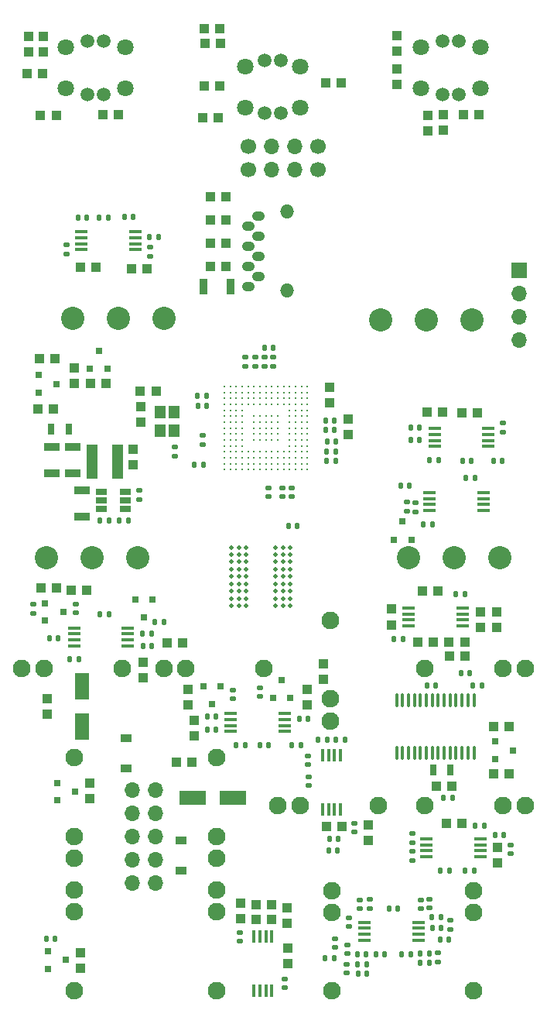
<source format=gbr>
G04 #@! TF.GenerationSoftware,KiCad,Pcbnew,7.0.6-0*
G04 #@! TF.CreationDate,2024-04-10T13:52:38-07:00*
G04 #@! TF.ProjectId,Sampler-built,53616d70-6c65-4722-9d62-75696c742e6b,rev?*
G04 #@! TF.SameCoordinates,PXb71b00PY73f50f0*
G04 #@! TF.FileFunction,Soldermask,Top*
G04 #@! TF.FilePolarity,Negative*
%FSLAX46Y46*%
G04 Gerber Fmt 4.6, Leading zero omitted, Abs format (unit mm)*
G04 Created by KiCad (PCBNEW 7.0.6-0) date 2024-04-10 13:52:38*
%MOMM*%
%LPD*%
G01*
G04 APERTURE LIST*
G04 Aperture macros list*
%AMRoundRect*
0 Rectangle with rounded corners*
0 $1 Rounding radius*
0 $2 $3 $4 $5 $6 $7 $8 $9 X,Y pos of 4 corners*
0 Add a 4 corners polygon primitive as box body*
4,1,4,$2,$3,$4,$5,$6,$7,$8,$9,$2,$3,0*
0 Add four circle primitives for the rounded corners*
1,1,$1+$1,$2,$3*
1,1,$1+$1,$4,$5*
1,1,$1+$1,$6,$7*
1,1,$1+$1,$8,$9*
0 Add four rect primitives between the rounded corners*
20,1,$1+$1,$2,$3,$4,$5,0*
20,1,$1+$1,$4,$5,$6,$7,0*
20,1,$1+$1,$6,$7,$8,$9,0*
20,1,$1+$1,$8,$9,$2,$3,0*%
G04 Aperture macros list end*
%ADD10R,1.200000X0.900000*%
%ADD11RoundRect,0.147500X0.147500X0.172500X-0.147500X0.172500X-0.147500X-0.172500X0.147500X-0.172500X0*%
%ADD12R,1.000000X1.000000*%
%ADD13RoundRect,0.147500X0.172500X-0.147500X0.172500X0.147500X-0.172500X0.147500X-0.172500X-0.147500X0*%
%ADD14R,0.700000X1.300000*%
%ADD15R,1.450000X0.450000*%
%ADD16RoundRect,0.147500X-0.172500X0.147500X-0.172500X-0.147500X0.172500X-0.147500X0.172500X0.147500X0*%
%ADD17RoundRect,0.147500X-0.147500X-0.172500X0.147500X-0.172500X0.147500X0.172500X-0.147500X0.172500X0*%
%ADD18R,3.000000X1.600000*%
%ADD19R,1.700000X0.900000*%
%ADD20C,1.700000*%
%ADD21O,1.700000X1.700000*%
%ADD22R,0.800100X0.800100*%
%ADD23R,1.150000X1.400000*%
%ADD24R,1.700000X1.700000*%
%ADD25R,1.220000X0.650000*%
%ADD26C,0.300000*%
%ADD27R,0.450000X1.450000*%
%ADD28R,1.600000X3.000000*%
%ADD29R,1.200000X3.700000*%
%ADD30C,0.500000*%
%ADD31R,0.900000X1.700000*%
%ADD32RoundRect,0.100000X-0.100000X0.637500X-0.100000X-0.637500X0.100000X-0.637500X0.100000X0.637500X0*%
%ADD33C,1.930400*%
%ADD34C,1.800000*%
%ADD35C,1.500000*%
%ADD36O,1.397000X1.092200*%
%ADD37O,1.524000X1.524000*%
%ADD38C,2.540000*%
G04 APERTURE END LIST*
D10*
G04 #@! TO.C,D16*
X137916648Y25329922D03*
X137916648Y22029922D03*
G04 #@! TD*
D11*
G04 #@! TO.C,C61*
X138691648Y82324922D03*
X137721648Y82324922D03*
G04 #@! TD*
D12*
G04 #@! TO.C,R3*
X170906648Y91759922D03*
X170906648Y93459922D03*
G04 #@! TD*
D13*
G04 #@! TO.C,C1*
X152010148Y66011600D03*
X152010148Y66981600D03*
G04 #@! TD*
D12*
G04 #@! TO.C,R57*
X171546648Y35869922D03*
X169846648Y35869922D03*
G04 #@! TD*
D14*
G04 #@! TO.C,C44*
X171476648Y21859922D03*
X173376648Y21859922D03*
G04 #@! TD*
D12*
G04 #@! TO.C,R59*
X133916648Y20459922D03*
X133916648Y18759922D03*
G04 #@! TD*
G04 #@! TO.C,R61*
X155541648Y5079922D03*
X155541648Y6779922D03*
G04 #@! TD*
D15*
G04 #@! TO.C,U15*
X168796648Y39584922D03*
X168796648Y38934922D03*
X168796648Y38284922D03*
X168796648Y37634922D03*
X174696648Y37634922D03*
X174696648Y38284922D03*
X174696648Y38934922D03*
X174696648Y39584922D03*
G04 #@! TD*
D12*
G04 #@! TO.C,C45*
X171876648Y20119922D03*
X173576648Y20119922D03*
G04 #@! TD*
D16*
G04 #@! TO.C,R42*
X179976648Y13674672D03*
X179976648Y12704672D03*
G04 #@! TD*
D12*
G04 #@! TO.C,C25*
X129306648Y28009922D03*
X129306648Y29709922D03*
G04 #@! TD*
G04 #@! TO.C,C47*
X167526648Y98499922D03*
X167526648Y96799922D03*
G04 #@! TD*
D11*
G04 #@! TO.C,R161*
X171056648Y779922D03*
X170086648Y779922D03*
G04 #@! TD*
D12*
G04 #@! TO.C,C79*
X132886648Y76814922D03*
X134586648Y76814922D03*
G04 #@! TD*
G04 #@! TO.C,C55*
X128420000Y66880000D03*
X130120000Y66880000D03*
G04 #@! TD*
D16*
G04 #@! TO.C,C36*
X146290148Y58451600D03*
X146290148Y57481600D03*
G04 #@! TD*
D12*
G04 #@! TO.C,C65*
X176356648Y60934482D03*
X174656648Y60934482D03*
G04 #@! TD*
G04 #@! TO.C,R71*
X146316648Y93179922D03*
X148016648Y93179922D03*
G04 #@! TD*
D17*
G04 #@! TO.C,R52*
X160886088Y25206436D03*
X161856088Y25206436D03*
G04 #@! TD*
G04 #@! TO.C,C88*
X170455000Y48750000D03*
X171425000Y48750000D03*
G04 #@! TD*
D18*
G04 #@! TO.C,C24*
X145146648Y18879922D03*
X149546648Y18879922D03*
G04 #@! TD*
D12*
G04 #@! TO.C,R74*
X148206648Y101299922D03*
X146506648Y101299922D03*
G04 #@! TD*
D11*
G04 #@! TO.C,R55*
X179261648Y14789672D03*
X178291648Y14789672D03*
G04 #@! TD*
D16*
G04 #@! TO.C,R49*
X169201648Y12974672D03*
X169201648Y12004672D03*
G04 #@! TD*
D17*
G04 #@! TO.C,R41*
X178115000Y55644482D03*
X179085000Y55644482D03*
G04 #@! TD*
D19*
G04 #@! TO.C,C67*
X133106493Y49569922D03*
X133106493Y52469922D03*
G04 #@! TD*
D20*
G04 #@! TO.C,J4*
X151296648Y87529922D03*
X151296648Y90069922D03*
D21*
X153836648Y87529922D03*
X153836648Y90069922D03*
X156376648Y87529922D03*
X156376648Y90069922D03*
D20*
X158916648Y87529922D03*
X158916648Y90069922D03*
G04 #@! TD*
D17*
G04 #@! TO.C,C13*
X159855148Y55646600D03*
X160825148Y55646600D03*
G04 #@! TD*
D11*
G04 #@! TO.C,R12*
X170031648Y57979922D03*
X169061648Y57979922D03*
G04 #@! TD*
D16*
G04 #@! TO.C,R40*
X179136648Y59789482D03*
X179136648Y58819482D03*
G04 #@! TD*
D12*
G04 #@! TO.C,R21*
X157746648Y30669922D03*
X157746648Y28969922D03*
G04 #@! TD*
D22*
G04 #@! TO.C,D15*
X167220000Y47069240D03*
X169120000Y47069240D03*
X168170000Y49068220D03*
G04 #@! TD*
D11*
G04 #@! TO.C,C6*
X146341648Y55229922D03*
X145371648Y55229922D03*
G04 #@! TD*
D17*
G04 #@! TO.C,R30*
X146761648Y27729922D03*
X147731648Y27729922D03*
G04 #@! TD*
G04 #@! TO.C,C8*
X172641648Y18829922D03*
X173611648Y18829922D03*
G04 #@! TD*
G04 #@! TO.C,R66*
X135041493Y49139922D03*
X136011493Y49139922D03*
G04 #@! TD*
D22*
G04 #@! TO.C,U6*
X128299240Y65040000D03*
X128299240Y63140000D03*
X130298220Y64090000D03*
G04 #@! TD*
D11*
G04 #@! TO.C,R162*
X169036648Y1749922D03*
X168066648Y1749922D03*
G04 #@! TD*
D17*
G04 #@! TO.C,C73*
X149941648Y24599922D03*
X150911648Y24599922D03*
G04 #@! TD*
D12*
G04 #@! TO.C,C90*
X174656648Y16084672D03*
X172956648Y16084672D03*
G04 #@! TD*
D22*
G04 #@! TO.C,D24*
X148266648Y31050682D03*
X146366648Y31050682D03*
X147316648Y29051702D03*
G04 #@! TD*
D11*
G04 #@! TO.C,R65*
X138126648Y49119922D03*
X137156648Y49119922D03*
G04 #@! TD*
G04 #@! TO.C,C87*
X176071648Y53804922D03*
X175101648Y53804922D03*
G04 #@! TD*
D12*
G04 #@! TO.C,C22*
X141166648Y63269922D03*
X139466648Y63269922D03*
G04 #@! TD*
D17*
G04 #@! TO.C,R160*
X159691648Y1339922D03*
X160661648Y1339922D03*
G04 #@! TD*
D16*
G04 #@! TO.C,R164*
X173416648Y5444922D03*
X173416648Y4474922D03*
G04 #@! TD*
D13*
G04 #@! TO.C,R44*
X169221648Y13969672D03*
X169221648Y14939672D03*
G04 #@! TD*
D19*
G04 #@! TO.C,C70*
X132100000Y57220000D03*
X132100000Y54320000D03*
G04 #@! TD*
D17*
G04 #@! TO.C,C59*
X171111648Y55724482D03*
X172081648Y55724482D03*
G04 #@! TD*
D16*
G04 #@! TO.C,R7*
X163506648Y7684922D03*
X163506648Y6714922D03*
G04 #@! TD*
D12*
G04 #@! TO.C,C83*
X170806648Y60994482D03*
X172506648Y60994482D03*
G04 #@! TD*
G04 #@! TO.C,R73*
X167526648Y102119922D03*
X167526648Y100419922D03*
G04 #@! TD*
D17*
G04 #@! TO.C,R23*
X140476648Y80154922D03*
X141446648Y80154922D03*
G04 #@! TD*
D16*
G04 #@! TO.C,R14*
X170126648Y7674922D03*
X170126648Y6704922D03*
G04 #@! TD*
D12*
G04 #@! TO.C,C57*
X178576648Y13439672D03*
X178576648Y11739672D03*
G04 #@! TD*
G04 #@! TO.C,C49*
X179802780Y26653974D03*
X178102780Y26653974D03*
G04 #@! TD*
D16*
G04 #@! TO.C,R18*
X169610000Y51075000D03*
X169610000Y50105000D03*
G04 #@! TD*
D12*
G04 #@! TO.C,C66*
X140156648Y76644922D03*
X138456648Y76644922D03*
G04 #@! TD*
D11*
G04 #@! TO.C,C60*
X175681648Y55694482D03*
X174711648Y55694482D03*
G04 #@! TD*
D12*
G04 #@! TO.C,R5*
X172646648Y91779922D03*
X172646648Y93479922D03*
G04 #@! TD*
D22*
G04 #@! TO.C,D1*
X153976648Y29729162D03*
X155876648Y29729162D03*
X154926648Y31728142D03*
G04 #@! TD*
D16*
G04 #@! TO.C,C11*
X155020148Y52731600D03*
X155020148Y51761600D03*
G04 #@! TD*
D17*
G04 #@! TO.C,R47*
X175846648Y31087422D03*
X176816648Y31087422D03*
G04 #@! TD*
D12*
G04 #@! TO.C,C39*
X127206648Y100359922D03*
X127206648Y102059922D03*
G04 #@! TD*
G04 #@! TO.C,C26*
X145136648Y22739922D03*
X143436648Y22739922D03*
G04 #@! TD*
G04 #@! TO.C,R29*
X173246648Y35884922D03*
X174946648Y35884922D03*
G04 #@! TD*
G04 #@! TO.C,C46*
X178496648Y39184922D03*
X178496648Y37484922D03*
G04 #@! TD*
G04 #@! TO.C,R79*
X147136648Y79449922D03*
X148836648Y79449922D03*
G04 #@! TD*
G04 #@! TO.C,C2*
X160140148Y61986600D03*
X160140148Y63686600D03*
G04 #@! TD*
D17*
G04 #@! TO.C,R48*
X174525000Y32440000D03*
X175495000Y32440000D03*
G04 #@! TD*
D23*
G04 #@! TO.C,Y1*
X141656648Y61039922D03*
X143156648Y58939922D03*
X141656648Y58939922D03*
X143156648Y61039922D03*
G04 #@! TD*
D12*
G04 #@! TO.C,R68*
X128546648Y93459922D03*
X130246648Y93459922D03*
G04 #@! TD*
D11*
G04 #@! TO.C,C35*
X174981648Y41084922D03*
X174011648Y41084922D03*
G04 #@! TD*
D22*
G04 #@! TO.C,D22*
X140796648Y40530682D03*
X138896648Y40530682D03*
X139846648Y38531702D03*
G04 #@! TD*
D11*
G04 #@! TO.C,C17*
X146715148Y61686600D03*
X145745148Y61686600D03*
G04 #@! TD*
D12*
G04 #@! TO.C,R80*
X147136648Y76899922D03*
X148836648Y76899922D03*
G04 #@! TD*
D11*
G04 #@! TO.C,C64*
X136012564Y38914922D03*
X135042564Y38914922D03*
G04 #@! TD*
D16*
G04 #@! TO.C,C76*
X157816648Y23424922D03*
X157816648Y22454922D03*
G04 #@! TD*
D12*
G04 #@! TO.C,C42*
X173255768Y34310422D03*
X174955768Y34310422D03*
G04 #@! TD*
D15*
G04 #@! TO.C,U10*
X155236648Y26094922D03*
X155236648Y26744922D03*
X155236648Y27394922D03*
X155236648Y28044922D03*
X149336648Y28044922D03*
X149336648Y27394922D03*
X149336648Y26744922D03*
X149336648Y26094922D03*
G04 #@! TD*
D11*
G04 #@! TO.C,C150*
X172355480Y5759922D03*
X171385480Y5759922D03*
G04 #@! TD*
D17*
G04 #@! TO.C,R2*
X156061648Y24569922D03*
X157031648Y24569922D03*
G04 #@! TD*
D11*
G04 #@! TO.C,R50*
X161136648Y14339922D03*
X160166648Y14339922D03*
G04 #@! TD*
D17*
G04 #@! TO.C,R152*
X163290480Y-390078D03*
X164260480Y-390078D03*
G04 #@! TD*
D24*
G04 #@! TO.C,J3*
X180876648Y76529922D03*
D21*
X180876648Y73989922D03*
X180876648Y71449922D03*
X180876648Y68909922D03*
G04 #@! TD*
D17*
G04 #@! TO.C,R11*
X169019944Y59278002D03*
X169989944Y59278002D03*
G04 #@! TD*
D25*
G04 #@! TO.C,U13*
X135186648Y52309922D03*
X135186648Y51359922D03*
X135186648Y50409922D03*
X137806648Y50409922D03*
X137806648Y51359922D03*
X137806648Y52309922D03*
G04 #@! TD*
D12*
G04 #@! TO.C,R20*
X139806648Y31959922D03*
X139806648Y33659922D03*
G04 #@! TD*
G04 #@! TO.C,C51*
X178093428Y21447422D03*
X179793428Y21447422D03*
G04 #@! TD*
D17*
G04 #@! TO.C,R51*
X160046648Y13069922D03*
X161016648Y13069922D03*
G04 #@! TD*
D26*
G04 #@! TO.C,U2*
X148650148Y63796600D03*
X149300148Y63796600D03*
X149950148Y63796600D03*
X150600148Y63796600D03*
X151250148Y63796600D03*
X151900148Y63796600D03*
X152550148Y63796600D03*
X153200148Y63796600D03*
X153850148Y63796600D03*
X154500148Y63796600D03*
X155150148Y63796600D03*
X155800148Y63796600D03*
X156450148Y63796600D03*
X157100148Y63796600D03*
X157750148Y63796600D03*
X148650148Y63146600D03*
X149300148Y63146600D03*
X149950148Y63146600D03*
X150600148Y63146600D03*
X151250148Y63146600D03*
X151900148Y63146600D03*
X152550148Y63146600D03*
X153200148Y63146600D03*
X153850148Y63146600D03*
X154500148Y63146600D03*
X155150148Y63146600D03*
X155800148Y63146600D03*
X156450148Y63146600D03*
X157100148Y63146600D03*
X157750148Y63146600D03*
X148650148Y62496600D03*
X149300148Y62496600D03*
X149950148Y62496600D03*
X150600148Y62496600D03*
X151250148Y62496600D03*
X151900148Y62496600D03*
X152550148Y62496600D03*
X153200148Y62496600D03*
X153850148Y62496600D03*
X154500148Y62496600D03*
X155150148Y62496600D03*
X155800148Y62496600D03*
X156450148Y62496600D03*
X157100148Y62496600D03*
X157750148Y62496600D03*
X148650148Y61846600D03*
X149300148Y61846600D03*
X149950148Y61846600D03*
X150600148Y61846600D03*
X151250148Y61846600D03*
X151900148Y61846600D03*
X152550148Y61846600D03*
X153200148Y61846600D03*
X153850148Y61846600D03*
X154500148Y61846600D03*
X155150148Y61846600D03*
X155800148Y61846600D03*
X156450148Y61846600D03*
X157100148Y61846600D03*
X157750148Y61846600D03*
X148650148Y61196600D03*
X149300148Y61196600D03*
X149950148Y61196600D03*
X150600148Y61196600D03*
X155800148Y61196600D03*
X156450148Y61196600D03*
X157100148Y61196600D03*
X157750148Y61196600D03*
X148650148Y60546600D03*
X149300148Y60546600D03*
X149950148Y60546600D03*
X150600148Y60546600D03*
X151900148Y60546600D03*
X152550148Y60546600D03*
X153200148Y60546600D03*
X153850148Y60546600D03*
X154500148Y60546600D03*
X155800148Y60546600D03*
X156450148Y60546600D03*
X157100148Y60546600D03*
X157750148Y60546600D03*
X148650148Y59896600D03*
X149300148Y59896600D03*
X149950148Y59896600D03*
X150600148Y59896600D03*
X151900148Y59896600D03*
X152550148Y59896600D03*
X153200148Y59896600D03*
X153850148Y59896600D03*
X154500148Y59896600D03*
X155800148Y59896600D03*
X156450148Y59896600D03*
X157100148Y59896600D03*
X157750148Y59896600D03*
X148650148Y59246600D03*
X149300148Y59246600D03*
X149950148Y59246600D03*
X150600148Y59246600D03*
X151900148Y59246600D03*
X152550148Y59246600D03*
X153200148Y59246600D03*
X153850148Y59246600D03*
X154500148Y59246600D03*
X155800148Y59246600D03*
X156450148Y59246600D03*
X157100148Y59246600D03*
X157750148Y59246600D03*
X148650148Y58596600D03*
X149300148Y58596600D03*
X149950148Y58596600D03*
X150600148Y58596600D03*
X151900148Y58596600D03*
X152550148Y58596600D03*
X153200148Y58596600D03*
X153850148Y58596600D03*
X154500148Y58596600D03*
X155800148Y58596600D03*
X156450148Y58596600D03*
X157100148Y58596600D03*
X157750148Y58596600D03*
X148650148Y57946600D03*
X149300148Y57946600D03*
X149950148Y57946600D03*
X150600148Y57946600D03*
X151900148Y57946600D03*
X152550148Y57946600D03*
X153200148Y57946600D03*
X153850148Y57946600D03*
X154500148Y57946600D03*
X155800148Y57946600D03*
X156450148Y57946600D03*
X157100148Y57946600D03*
X157750148Y57946600D03*
X148650148Y57296600D03*
X149300148Y57296600D03*
X149950148Y57296600D03*
X150600148Y57296600D03*
X155800148Y57296600D03*
X156450148Y57296600D03*
X157100148Y57296600D03*
X157750148Y57296600D03*
X148650148Y56646600D03*
X149300148Y56646600D03*
X149950148Y56646600D03*
X150600148Y56646600D03*
X151250148Y56646600D03*
X151900148Y56646600D03*
X152550148Y56646600D03*
X153200148Y56646600D03*
X153850148Y56646600D03*
X154500148Y56646600D03*
X155150148Y56646600D03*
X155800148Y56646600D03*
X156450148Y56646600D03*
X157100148Y56646600D03*
X157750148Y56646600D03*
X148650148Y55996600D03*
X149300148Y55996600D03*
X149950148Y55996600D03*
X150600148Y55996600D03*
X151250148Y55996600D03*
X151900148Y55996600D03*
X152550148Y55996600D03*
X153200148Y55996600D03*
X153850148Y55996600D03*
X154500148Y55996600D03*
X155150148Y55996600D03*
X155800148Y55996600D03*
X156450148Y55996600D03*
X157100148Y55996600D03*
X157750148Y55996600D03*
X148650148Y55346600D03*
X149300148Y55346600D03*
X149950148Y55346600D03*
X150600148Y55346600D03*
X151250148Y55346600D03*
X151900148Y55346600D03*
X152550148Y55346600D03*
X153200148Y55346600D03*
X153850148Y55346600D03*
X154500148Y55346600D03*
X155150148Y55346600D03*
X155800148Y55346600D03*
X156450148Y55346600D03*
X157100148Y55346600D03*
X157750148Y55346600D03*
X148650148Y54696600D03*
X149300148Y54696600D03*
X149950148Y54696600D03*
X150600148Y54696600D03*
X151250148Y54696600D03*
X151900148Y54696600D03*
X152550148Y54696600D03*
X153200148Y54696600D03*
X153850148Y54696600D03*
X154500148Y54696600D03*
X155150148Y54696600D03*
X155800148Y54696600D03*
X156450148Y54696600D03*
X157100148Y54696600D03*
X157750148Y54696600D03*
G04 #@! TD*
D27*
G04 #@! TO.C,U11*
X161351648Y23469922D03*
X160701648Y23469922D03*
X160051648Y23469922D03*
X159401648Y23469922D03*
X159401648Y17569922D03*
X160051648Y17569922D03*
X160701648Y17569922D03*
X161351648Y17569922D03*
G04 #@! TD*
D13*
G04 #@! TO.C,R22*
X140566648Y78059922D03*
X140566648Y79029922D03*
G04 #@! TD*
G04 #@! TO.C,C3*
X154030148Y66021600D03*
X154030148Y66991600D03*
G04 #@! TD*
D16*
G04 #@! TO.C,C38*
X150321648Y4114922D03*
X150321648Y3144922D03*
G04 #@! TD*
D15*
G04 #@! TO.C,U12*
X169866648Y3284922D03*
X169866648Y3934922D03*
X169866648Y4584922D03*
X169866648Y5234922D03*
X163966648Y5234922D03*
X163966648Y4584922D03*
X163966648Y3934922D03*
X163966648Y3284922D03*
G04 #@! TD*
D17*
G04 #@! TO.C,C72*
X172301648Y10844672D03*
X173271648Y10844672D03*
G04 #@! TD*
D12*
G04 #@! TO.C,R24*
X145366648Y25569922D03*
X145366648Y27269922D03*
G04 #@! TD*
G04 #@! TO.C,C52*
X164376648Y14169922D03*
X164376648Y15869922D03*
G04 #@! TD*
G04 #@! TO.C,R77*
X147136648Y84549922D03*
X148836648Y84549922D03*
G04 #@! TD*
G04 #@! TO.C,C58*
X138672648Y55263922D03*
X138672648Y56963922D03*
G04 #@! TD*
D17*
G04 #@! TO.C,C9*
X159745148Y59016600D03*
X160715148Y59016600D03*
G04 #@! TD*
G04 #@! TO.C,C29*
X155685148Y48576600D03*
X156655148Y48576600D03*
G04 #@! TD*
D28*
G04 #@! TO.C,C21*
X133106648Y26589922D03*
X133106648Y30989922D03*
G04 #@! TD*
D13*
G04 #@! TO.C,C97*
X168610000Y50175000D03*
X168610000Y51145000D03*
G04 #@! TD*
D12*
G04 #@! TO.C,R13*
X137096648Y93489922D03*
X135396648Y93489922D03*
G04 #@! TD*
G04 #@! TO.C,R26*
X144086648Y35729922D03*
X142386648Y35729922D03*
G04 #@! TD*
D11*
G04 #@! TO.C,C18*
X146690148Y62746600D03*
X145720148Y62746600D03*
G04 #@! TD*
D12*
G04 #@! TO.C,C54*
X146486648Y102919922D03*
X148186648Y102919922D03*
G04 #@! TD*
D16*
G04 #@! TO.C,C10*
X156060148Y52741600D03*
X156060148Y51771600D03*
G04 #@! TD*
G04 #@! TO.C,R33*
X132377564Y40009922D03*
X132377564Y39039922D03*
G04 #@! TD*
D12*
G04 #@! TO.C,R63*
X150391648Y5649922D03*
X150391648Y7349922D03*
G04 #@! TD*
D27*
G04 #@! TO.C,U16*
X151896648Y-2210078D03*
X152546648Y-2210078D03*
X153196648Y-2210078D03*
X153846648Y-2210078D03*
X153846648Y3689922D03*
X153196648Y3689922D03*
X152546648Y3689922D03*
X151896648Y3689922D03*
G04 #@! TD*
D11*
G04 #@! TO.C,C19*
X130121648Y3429922D03*
X129151648Y3429922D03*
G04 #@! TD*
G04 #@! TO.C,R81*
X147736648Y26299922D03*
X146766648Y26299922D03*
G04 #@! TD*
D17*
G04 #@! TO.C,C62*
X134971648Y82264922D03*
X135941648Y82264922D03*
G04 #@! TD*
D16*
G04 #@! TO.C,R158*
X162120480Y2764922D03*
X162120480Y1794922D03*
G04 #@! TD*
D17*
G04 #@! TO.C,C14*
X159745148Y60056600D03*
X160715148Y60056600D03*
G04 #@! TD*
D16*
G04 #@! TO.C,C152*
X162010480Y674922D03*
X162010480Y-295078D03*
G04 #@! TD*
D15*
G04 #@! TO.C,U1*
X177556648Y57244922D03*
X177556648Y57894922D03*
X177556648Y58544922D03*
X177556648Y59194922D03*
X171656648Y59194922D03*
X171656648Y58544922D03*
X171656648Y57894922D03*
X171656648Y57244922D03*
G04 #@! TD*
D12*
G04 #@! TO.C,R9*
X166946648Y37759922D03*
X166946648Y39459922D03*
G04 #@! TD*
G04 #@! TO.C,R64*
X176506648Y93549922D03*
X174806648Y93549922D03*
G04 #@! TD*
D13*
G04 #@! TO.C,R67*
X139356493Y51444922D03*
X139356493Y52414922D03*
G04 #@! TD*
D11*
G04 #@! TO.C,R4*
X160855148Y57786600D03*
X159885148Y57786600D03*
G04 #@! TD*
D22*
G04 #@! TO.C,V2*
X133956648Y65719922D03*
X135856648Y65719922D03*
X134906648Y67718902D03*
G04 #@! TD*
D11*
G04 #@! TO.C,R27*
X140701648Y35469922D03*
X139731648Y35469922D03*
G04 #@! TD*
D13*
G04 #@! TO.C,C7*
X150970148Y66001600D03*
X150970148Y66971600D03*
G04 #@! TD*
D11*
G04 #@! TO.C,C78*
X167621648Y6739922D03*
X166651648Y6739922D03*
G04 #@! TD*
D12*
G04 #@! TO.C,R35*
X127046648Y97989922D03*
X128746648Y97989922D03*
G04 #@! TD*
D11*
G04 #@! TO.C,R34*
X130472564Y36304922D03*
X129502564Y36304922D03*
G04 #@! TD*
D12*
G04 #@! TO.C,R56*
X176696648Y39134922D03*
X176696648Y37434922D03*
G04 #@! TD*
D13*
G04 #@! TO.C,C85*
X127737564Y39019922D03*
X127737564Y39989922D03*
G04 #@! TD*
D12*
G04 #@! TO.C,C48*
X161521648Y15699922D03*
X159821648Y15699922D03*
G04 #@! TD*
G04 #@! TO.C,R36*
X128846648Y100359922D03*
X128846648Y102059922D03*
G04 #@! TD*
D13*
G04 #@! TO.C,R159*
X162306648Y4764922D03*
X162306648Y5734922D03*
G04 #@! TD*
G04 #@! TO.C,C50*
X153090148Y66001600D03*
X153090148Y66971600D03*
G04 #@! TD*
D29*
G04 #@! TO.C,L1*
X136946648Y55569922D03*
X134146648Y55569922D03*
G04 #@! TD*
D16*
G04 #@! TO.C,C12*
X153460148Y52731600D03*
X153460148Y51761600D03*
G04 #@! TD*
G04 #@! TO.C,R6*
X164546648Y7704922D03*
X164546648Y6734922D03*
G04 #@! TD*
D11*
G04 #@! TO.C,R8*
X154021648Y67989922D03*
X153051648Y67989922D03*
G04 #@! TD*
D12*
G04 #@! TO.C,R60*
X155636648Y2429922D03*
X155636648Y729922D03*
G04 #@! TD*
D15*
G04 #@! TO.C,U3*
X133026648Y80714922D03*
X133026648Y80064922D03*
X133026648Y79414922D03*
X133026648Y78764922D03*
X138926648Y78764922D03*
X138926648Y79414922D03*
X138926648Y80064922D03*
X138926648Y80714922D03*
G04 #@! TD*
D12*
G04 #@! TO.C,R15*
X159456648Y33469922D03*
X159456648Y31769922D03*
G04 #@! TD*
D13*
G04 #@! TO.C,C15*
X143240000Y56185000D03*
X143240000Y57155000D03*
G04 #@! TD*
D21*
G04 #@! TO.C,J10*
X141126648Y9559922D03*
X138586648Y9559922D03*
X141126648Y12099922D03*
X138586648Y12099922D03*
X141126648Y14639922D03*
X138586648Y14639922D03*
X141126648Y17179922D03*
X138586648Y17179922D03*
X141126648Y19719922D03*
X138586648Y19719922D03*
G04 #@! TD*
D17*
G04 #@! TO.C,C77*
X165236648Y1739922D03*
X166206648Y1739922D03*
G04 #@! TD*
D11*
G04 #@! TO.C,R157*
X164200480Y669922D03*
X163230480Y669922D03*
G04 #@! TD*
D16*
G04 #@! TO.C,C82*
X152516648Y30864922D03*
X152516648Y29894922D03*
G04 #@! TD*
D11*
G04 #@! TO.C,C149*
X171056648Y1819922D03*
X170086648Y1819922D03*
G04 #@! TD*
D17*
G04 #@! TO.C,C86*
X141041648Y38029922D03*
X142011648Y38029922D03*
G04 #@! TD*
D16*
G04 #@! TO.C,R54*
X162896648Y16049922D03*
X162896648Y15079922D03*
G04 #@! TD*
D12*
G04 #@! TO.C,C56*
X128250000Y61340000D03*
X129950000Y61340000D03*
G04 #@! TD*
G04 #@! TO.C,R25*
X128567564Y41804922D03*
X130267564Y41804922D03*
G04 #@! TD*
D22*
G04 #@! TO.C,D3*
X130335888Y20469922D03*
X130335888Y18569922D03*
X132334868Y19519922D03*
G04 #@! TD*
D17*
G04 #@! TO.C,R28*
X139711648Y36819922D03*
X140681648Y36819922D03*
G04 #@! TD*
D19*
G04 #@! TO.C,C68*
X129765052Y57198378D03*
X129765052Y54298378D03*
G04 #@! TD*
D22*
G04 #@! TO.C,D7*
X129325888Y2059922D03*
X129325888Y159922D03*
X131324868Y1109922D03*
G04 #@! TD*
D15*
G04 #@! TO.C,U5*
X138106648Y35464922D03*
X138106648Y36114922D03*
X138106648Y36764922D03*
X138106648Y37414922D03*
X132206648Y37414922D03*
X132206648Y36764922D03*
X132206648Y36114922D03*
X132206648Y35464922D03*
G04 #@! TD*
D17*
G04 #@! TO.C,C53*
X159855148Y56716600D03*
X160825148Y56716600D03*
G04 #@! TD*
D22*
G04 #@! TO.C,D26*
X129006804Y40094922D03*
X129006804Y38194922D03*
X131005784Y39144922D03*
G04 #@! TD*
D13*
G04 #@! TO.C,R45*
X131406648Y78294922D03*
X131406648Y79264922D03*
G04 #@! TD*
D12*
G04 #@! TO.C,R17*
X133567564Y41544922D03*
X131867564Y41544922D03*
G04 #@! TD*
D30*
G04 #@! TO.C,U4*
X155850148Y39826600D03*
X155050148Y39826600D03*
X154250148Y39826600D03*
X151050148Y39826600D03*
X150250148Y39826600D03*
X149450148Y39826600D03*
X155850148Y40626600D03*
X155050148Y40626600D03*
X154250148Y40626600D03*
X151050148Y40626600D03*
X150250148Y40626600D03*
X149450148Y40626600D03*
X155850148Y41426600D03*
X155050148Y41426600D03*
X154250148Y41426600D03*
X151050148Y41426600D03*
X150250148Y41426600D03*
X149450148Y41426600D03*
X155850148Y42226600D03*
X155050148Y42226600D03*
X154250148Y42226600D03*
X151050148Y42226600D03*
X150250148Y42226600D03*
X149450148Y42226600D03*
X155850148Y43026600D03*
X155050148Y43026600D03*
X154250148Y43026600D03*
X151050148Y43026600D03*
X150250148Y43026600D03*
X149450148Y43026600D03*
X155850148Y43826600D03*
X155050148Y43826600D03*
X154250148Y43826600D03*
X151050148Y43826600D03*
X150250148Y43826600D03*
X149450148Y43826600D03*
X155850148Y44626600D03*
X155050148Y44626600D03*
X154250148Y44626600D03*
X151050148Y44626600D03*
X150250148Y44626600D03*
X149450148Y44626600D03*
X155850148Y45426600D03*
X155050148Y45426600D03*
X154250148Y45426600D03*
X151050148Y45426600D03*
X150250148Y45426600D03*
X149450148Y45426600D03*
X155850148Y46226600D03*
X155050148Y46226600D03*
X154250148Y46226600D03*
X151050148Y46226600D03*
X150250148Y46226600D03*
X149450148Y46226600D03*
G04 #@! TD*
D13*
G04 #@! TO.C,C40*
X155266648Y-1945078D03*
X155266648Y-975078D03*
G04 #@! TD*
D10*
G04 #@! TO.C,D17*
X143926648Y10849922D03*
X143926648Y14149922D03*
G04 #@! TD*
D11*
G04 #@! TO.C,C71*
X177061648Y15789672D03*
X176091648Y15789672D03*
G04 #@! TD*
D12*
G04 #@! TO.C,C84*
X153831648Y5549922D03*
X152131648Y5549922D03*
G04 #@! TD*
D11*
G04 #@! TO.C,R1*
X157831648Y27449922D03*
X156861648Y27449922D03*
G04 #@! TD*
D17*
G04 #@! TO.C,R46*
X132646648Y82234922D03*
X133616648Y82234922D03*
G04 #@! TD*
D31*
G04 #@! TO.C,C43*
X146406600Y74699079D03*
X149306600Y74699079D03*
G04 #@! TD*
D12*
G04 #@! TO.C,R58*
X132946648Y169922D03*
X132946648Y1869922D03*
G04 #@! TD*
G04 #@! TO.C,C81*
X132256648Y65850682D03*
X132256648Y64150682D03*
G04 #@! TD*
D15*
G04 #@! TO.C,U8*
X170776648Y14339672D03*
X170776648Y13689672D03*
X170776648Y13039672D03*
X170776648Y12389672D03*
X176676648Y12389672D03*
X176676648Y13039672D03*
X176676648Y13689672D03*
X176676648Y14339672D03*
G04 #@! TD*
D12*
G04 #@! TO.C,R75*
X148146648Y96649922D03*
X146446648Y96649922D03*
G04 #@! TD*
G04 #@! TO.C,R32*
X170296648Y41484922D03*
X171996648Y41484922D03*
G04 #@! TD*
D11*
G04 #@! TO.C,C41*
X171781648Y31119922D03*
X170811648Y31119922D03*
G04 #@! TD*
D12*
G04 #@! TO.C,C80*
X135666648Y64150682D03*
X133966648Y64150682D03*
G04 #@! TD*
D11*
G04 #@! TO.C,C153*
X173236648Y3319922D03*
X172266648Y3319922D03*
G04 #@! TD*
D22*
G04 #@! TO.C,V1*
X178252668Y24977422D03*
X178252668Y23077422D03*
X180251648Y24027422D03*
G04 #@! TD*
D13*
G04 #@! TO.C,C75*
X157846648Y20154922D03*
X157846648Y21124922D03*
G04 #@! TD*
G04 #@! TO.C,C34*
X149616648Y29634922D03*
X149616648Y30604922D03*
G04 #@! TD*
D12*
G04 #@! TO.C,C23*
X139516648Y59879922D03*
X139516648Y61579922D03*
G04 #@! TD*
D11*
G04 #@! TO.C,R43*
X175991648Y10914672D03*
X175021648Y10914672D03*
G04 #@! TD*
D14*
G04 #@! TO.C,C69*
X129710000Y59100000D03*
X131610000Y59100000D03*
G04 #@! TD*
D13*
G04 #@! TO.C,C148*
X160786648Y2484922D03*
X160786648Y3454922D03*
G04 #@! TD*
D12*
G04 #@! TO.C,R16*
X144696648Y30709922D03*
X144696648Y29009922D03*
G04 #@! TD*
D32*
G04 #@! TO.C,U9*
X175961648Y29492422D03*
X175311648Y29492422D03*
X174661648Y29492422D03*
X174011648Y29492422D03*
X173361648Y29492422D03*
X172711648Y29492422D03*
X172061648Y29492422D03*
X171411648Y29492422D03*
X170761648Y29492422D03*
X170111648Y29492422D03*
X169461648Y29492422D03*
X168811648Y29492422D03*
X168161648Y29492422D03*
X167511648Y29492422D03*
X167511648Y23767422D03*
X168161648Y23767422D03*
X168811648Y23767422D03*
X169461648Y23767422D03*
X170111648Y23767422D03*
X170761648Y23767422D03*
X171411648Y23767422D03*
X172061648Y23767422D03*
X172711648Y23767422D03*
X173361648Y23767422D03*
X174011648Y23767422D03*
X174661648Y23767422D03*
X175311648Y23767422D03*
X175961648Y23767422D03*
G04 #@! TD*
D11*
G04 #@! TO.C,R19*
X168905000Y52970000D03*
X167935000Y52970000D03*
G04 #@! TD*
G04 #@! TO.C,C74*
X153501648Y24599922D03*
X152531648Y24599922D03*
G04 #@! TD*
D12*
G04 #@! TO.C,R78*
X147136648Y81999922D03*
X148836648Y81999922D03*
G04 #@! TD*
G04 #@! TO.C,R70*
X161446648Y97019922D03*
X159746648Y97019922D03*
G04 #@! TD*
D17*
G04 #@! TO.C,R163*
X171405480Y4629922D03*
X172375480Y4629922D03*
G04 #@! TD*
D12*
G04 #@! TO.C,C5*
X162170148Y60276600D03*
X162170148Y58576600D03*
G04 #@! TD*
D16*
G04 #@! TO.C,R10*
X171126648Y7744922D03*
X171126648Y6774922D03*
G04 #@! TD*
D12*
G04 #@! TO.C,R62*
X153801648Y7159922D03*
X152101648Y7159922D03*
G04 #@! TD*
D17*
G04 #@! TO.C,C63*
X131762564Y33964922D03*
X132732564Y33964922D03*
G04 #@! TD*
D13*
G04 #@! TO.C,R153*
X172041648Y924922D03*
X172041648Y1894922D03*
G04 #@! TD*
D17*
G04 #@! TO.C,C37*
X167201648Y36169922D03*
X168171648Y36169922D03*
G04 #@! TD*
D15*
G04 #@! TO.C,U14*
X171086648Y52204922D03*
X171086648Y51554922D03*
X171086648Y50904922D03*
X171086648Y50254922D03*
X176986648Y50254922D03*
X176986648Y50904922D03*
X176986648Y51554922D03*
X176986648Y52204922D03*
G04 #@! TD*
D11*
G04 #@! TO.C,C147*
X164155480Y1729922D03*
X163185480Y1729922D03*
G04 #@! TD*
G04 #@! TO.C,R53*
X159886088Y25216436D03*
X158916088Y25216436D03*
G04 #@! TD*
D33*
G04 #@! TO.C,J12*
X132258648Y23206922D03*
X132258648Y12234122D03*
X132258648Y14647122D03*
G04 #@! TD*
G04 #@! TO.C,J17*
X160450848Y-2252638D03*
X160450848Y8720162D03*
X160450848Y6307162D03*
G04 #@! TD*
G04 #@! TO.C,J16*
X175950848Y-2252638D03*
X175950848Y8720162D03*
X175950848Y6307162D03*
G04 #@! TD*
D34*
G04 #@! TO.C,Bank_But1*
X176658648Y100899922D03*
X170158648Y100899922D03*
X176658648Y96399922D03*
X170158648Y96399922D03*
D35*
X174308648Y101549922D03*
X172508648Y101549922D03*
X172508648Y95749922D03*
X174308648Y95749922D03*
G04 #@! TD*
D36*
G04 #@! TO.C,SD1*
X152356648Y82449673D03*
X151256828Y81349853D03*
X152356648Y80249779D03*
X151256828Y79149959D03*
X152356648Y78049885D03*
X151256828Y76950065D03*
X152356648Y75849991D03*
X151256828Y74750171D03*
D37*
X155526568Y82892522D03*
X155526568Y74307322D03*
G04 #@! TD*
D38*
G04 #@! TO.C,POT_LENGTH1*
X139158648Y45045922D03*
X134158648Y45045922D03*
X129158648Y45045922D03*
G04 #@! TD*
D33*
G04 #@! TO.C,J2*
X160286648Y38206922D03*
X160286648Y27234122D03*
X160286648Y29647122D03*
G04 #@! TD*
D38*
G04 #@! TO.C,POT_PITCH1*
X175786648Y71045922D03*
X170786648Y71045922D03*
X165786648Y71045922D03*
G04 #@! TD*
D33*
G04 #@! TO.C,J7*
X137465648Y32999922D03*
X126492848Y32999922D03*
X128905848Y32999922D03*
G04 #@! TD*
G04 #@! TO.C,J6*
X152993648Y32999922D03*
X142020848Y32999922D03*
X144433848Y32999922D03*
G04 #@! TD*
G04 #@! TO.C,J15*
X147786648Y-2207078D03*
X147786648Y8765722D03*
X147786648Y6352722D03*
G04 #@! TD*
D34*
G04 #@! TO.C,REV_BUT1*
X137786648Y100899922D03*
X131286648Y100899922D03*
X137786648Y96399922D03*
X131286648Y96399922D03*
D35*
X135436648Y101549922D03*
X133636648Y101549922D03*
X133636648Y95749922D03*
X135436648Y95749922D03*
G04 #@! TD*
D33*
G04 #@! TO.C,J9*
X147786648Y23206922D03*
X147786648Y12234122D03*
X147786648Y14647122D03*
G04 #@! TD*
G04 #@! TO.C,J8*
X170579648Y32999922D03*
X181552448Y32999922D03*
X179139448Y32999922D03*
G04 #@! TD*
G04 #@! TO.C,J11*
X132258648Y-2207078D03*
X132258648Y8765722D03*
X132258648Y6352722D03*
G04 #@! TD*
G04 #@! TO.C,J13*
X170579648Y17999922D03*
X181552448Y17999922D03*
X179139448Y17999922D03*
G04 #@! TD*
D38*
G04 #@! TO.C,POT_START1*
X178786648Y45045922D03*
X173786648Y45045922D03*
X168786648Y45045922D03*
G04 #@! TD*
D33*
G04 #@! TO.C,J14*
X165493648Y17999922D03*
X154520848Y17999922D03*
X156933848Y17999922D03*
G04 #@! TD*
D34*
G04 #@! TO.C,PLAY_BUT1*
X156972648Y98799922D03*
X150980648Y98799922D03*
X156972648Y94299922D03*
X150980648Y94299922D03*
D35*
X154876648Y99449922D03*
X153076648Y99449922D03*
X153076648Y93649922D03*
X154876648Y93649922D03*
G04 #@! TD*
D38*
G04 #@! TO.C,POT_SAMP1*
X142090000Y71226000D03*
X137090000Y71226000D03*
X132090000Y71226000D03*
G04 #@! TD*
M02*

</source>
